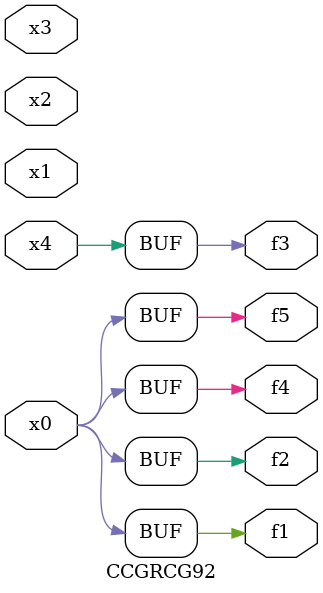
<source format=v>
module CCGRCG92(
	input x0, x1, x2, x3, x4,
	output f1, f2, f3, f4, f5
);
	assign f1 = x0;
	assign f2 = x0;
	assign f3 = x4;
	assign f4 = x0;
	assign f5 = x0;
endmodule

</source>
